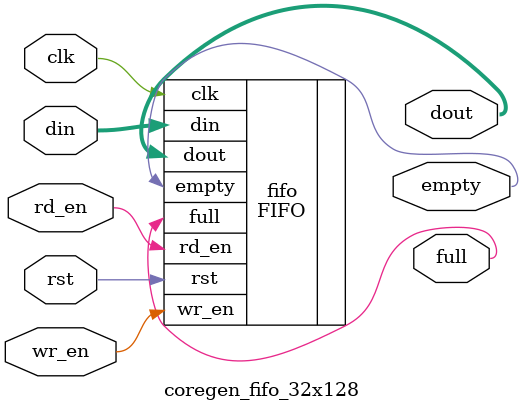
<source format=v>


module coregen_fifo_32x128 (
    input  wire             clk,
    input  wire             rst,
    input  wire [127:0]     din,
    input  wire             wr_en,
    input  wire             rd_en,
    output wire [127:0]     dout,
    output wire             full,
    output wire             empty
);

    FIFO #(.DATA_WIDTH(128),
        .DATA_DEPTH(32),
        .USE_BLOCK_RAM(0)
    ) fifo (
        .clk        (clk),
        .rst        (rst),
        .din        (din),
        .wr_en      (wr_en),
        .rd_en      (rd_en),
        .dout       (dout),
        .full       (full),
        .empty      (empty)
    );

endmodule


</source>
